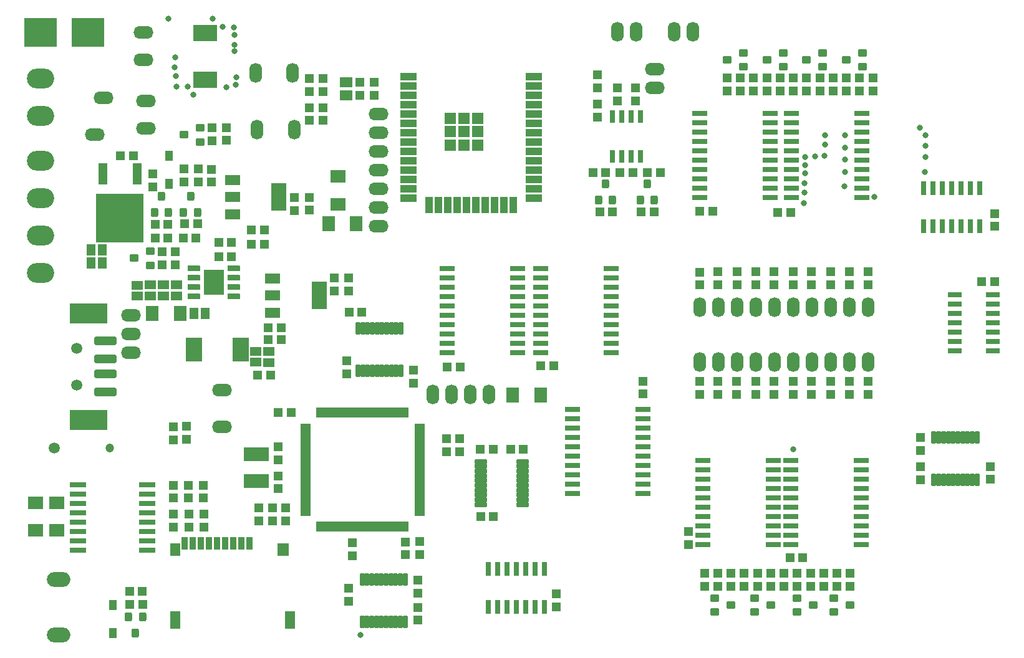
<source format=gts>
G04*
G04 #@! TF.GenerationSoftware,Altium Limited,Altium Designer,23.0.1 (38)*
G04*
G04 Layer_Color=8388736*
%FSLAX44Y44*%
%MOMM*%
G71*
G04*
G04 #@! TF.SameCoordinates,FF995E5F-5184-4AEF-B54D-418CE73C624A*
G04*
G04*
G04 #@! TF.FilePolarity,Negative*
G04*
G01*
G75*
%ADD59R,1.5332X1.5332*%
%ADD60R,2.2032X1.1032*%
%ADD61R,1.1032X2.2032*%
G04:AMPARAMS|DCode=62|XSize=1.2032mm|YSize=1.0033mm|CornerRadius=0.2216mm|HoleSize=0mm|Usage=FLASHONLY|Rotation=90.000|XOffset=0mm|YOffset=0mm|HoleType=Round|Shape=RoundedRectangle|*
%AMROUNDEDRECTD62*
21,1,1.2032,0.5601,0,0,90.0*
21,1,0.7600,1.0033,0,0,90.0*
1,1,0.4432,0.2800,0.3800*
1,1,0.4432,0.2800,-0.3800*
1,1,0.4432,-0.2800,-0.3800*
1,1,0.4432,-0.2800,0.3800*
%
%ADD62ROUNDEDRECTD62*%
%ADD63R,1.2032X1.2032*%
G04:AMPARAMS|DCode=64|XSize=1.7732mm|YSize=0.6132mm|CornerRadius=0.1529mm|HoleSize=0mm|Usage=FLASHONLY|Rotation=90.000|XOffset=0mm|YOffset=0mm|HoleType=Round|Shape=RoundedRectangle|*
%AMROUNDEDRECTD64*
21,1,1.7732,0.3075,0,0,90.0*
21,1,1.4675,0.6132,0,0,90.0*
1,1,0.3057,0.1538,0.7338*
1,1,0.3057,0.1538,-0.7338*
1,1,0.3057,-0.1538,-0.7338*
1,1,0.3057,-0.1538,0.7338*
%
%ADD64ROUNDEDRECTD64*%
%ADD65R,1.9050X0.7366*%
%ADD66R,0.5232X1.4032*%
%ADD67R,1.4032X0.5232*%
%ADD68R,1.2032X1.2032*%
%ADD69R,1.0032X1.4032*%
%ADD70R,2.0066X0.7366*%
G04:AMPARAMS|DCode=71|XSize=1.2032mm|YSize=1.0033mm|CornerRadius=0.2216mm|HoleSize=0mm|Usage=FLASHONLY|Rotation=180.000|XOffset=0mm|YOffset=0mm|HoleType=Round|Shape=RoundedRectangle|*
%AMROUNDEDRECTD71*
21,1,1.2032,0.5601,0,0,180.0*
21,1,0.7600,1.0033,0,0,180.0*
1,1,0.4432,-0.3800,0.2800*
1,1,0.4432,0.3800,0.2800*
1,1,0.4432,0.3800,-0.2800*
1,1,0.4432,-0.3800,-0.2800*
%
%ADD71ROUNDEDRECTD71*%
%ADD72R,1.6032X1.3032*%
%ADD73R,1.2032X2.9032*%
%ADD74R,6.4032X6.6032*%
%ADD75R,0.7366X1.9050*%
%ADD76R,4.4432X4.0132*%
%ADD77R,3.2032X2.2032*%
G04:AMPARAMS|DCode=78|XSize=1.7732mm|YSize=0.6132mm|CornerRadius=0.1529mm|HoleSize=0mm|Usage=FLASHONLY|Rotation=0.000|XOffset=0mm|YOffset=0mm|HoleType=Round|Shape=RoundedRectangle|*
%AMROUNDEDRECTD78*
21,1,1.7732,0.3075,0,0,0.0*
21,1,1.4675,0.6132,0,0,0.0*
1,1,0.3057,0.7338,-0.1538*
1,1,0.3057,-0.7338,-0.1538*
1,1,0.3057,-0.7338,0.1538*
1,1,0.3057,0.7338,0.1538*
%
%ADD78ROUNDEDRECTD78*%
%ADD79R,1.6732X1.3432*%
%ADD80R,0.9032X1.8032*%
%ADD81R,1.4031X1.8032*%
%ADD82R,1.6033X1.8032*%
%ADD83R,1.4031X2.4031*%
%ADD84R,2.0032X1.4032*%
%ADD85R,2.0032X3.7032*%
%ADD86R,2.1844X0.7366*%
%ADD87R,5.2032X2.7032*%
G04:AMPARAMS|DCode=88|XSize=1.1032mm|YSize=3.0032mm|CornerRadius=0.1196mm|HoleSize=0mm|Usage=FLASHONLY|Rotation=270.000|XOffset=0mm|YOffset=0mm|HoleType=Round|Shape=RoundedRectangle|*
%AMROUNDEDRECTD88*
21,1,1.1032,2.7640,0,0,270.0*
21,1,0.8640,3.0032,0,0,270.0*
1,1,0.2392,-1.3820,-0.4320*
1,1,0.2392,-1.3820,0.4320*
1,1,0.2392,1.3820,0.4320*
1,1,0.2392,1.3820,-0.4320*
%
%ADD88ROUNDEDRECTD88*%
%ADD89R,3.5032X1.9032*%
%ADD90R,1.8032X2.0033*%
%ADD91R,1.3032X1.6032*%
%ADD92R,2.0033X1.8032*%
%ADD93R,2.2032X3.2032*%
%ADD94O,2.7032X1.7032*%
%ADD95O,3.7032X2.7032*%
%ADD96O,3.2032X2.0032*%
%ADD97O,2.7032X1.7112*%
%ADD98O,1.7032X2.7032*%
%ADD99C,1.2032*%
%ADD100C,1.5032*%
%ADD101O,1.7112X2.7032*%
%ADD102C,0.8032*%
G36*
X874595Y755777D02*
X874621Y755775D01*
X874647Y755772D01*
X874673Y755767D01*
X874698Y755761D01*
X874724Y755753D01*
X874748Y755745D01*
X874772Y755735D01*
X874796Y755723D01*
X874819Y755711D01*
X874841Y755697D01*
X874863Y755683D01*
X874884Y755667D01*
X874904Y755650D01*
X874923Y755632D01*
X874941Y755613D01*
X874958Y755593D01*
X874974Y755572D01*
X874988Y755550D01*
X875002Y755528D01*
X875014Y755505D01*
X875026Y755481D01*
X875036Y755457D01*
X875044Y755433D01*
X875052Y755407D01*
X875058Y755382D01*
X875063Y755356D01*
X875066Y755330D01*
X875068Y755304D01*
X875069Y755278D01*
Y739378D01*
X875068Y739352D01*
X875066Y739326D01*
X875063Y739300D01*
X875058Y739274D01*
X875052Y739249D01*
X875044Y739223D01*
X875036Y739199D01*
X875026Y739175D01*
X875014Y739151D01*
X875002Y739128D01*
X874988Y739106D01*
X874974Y739084D01*
X874958Y739063D01*
X874941Y739043D01*
X874923Y739025D01*
X874904Y739006D01*
X874884Y738989D01*
X874863Y738973D01*
X874841Y738959D01*
X874819Y738945D01*
X874796Y738932D01*
X874772Y738921D01*
X874748Y738911D01*
X874724Y738903D01*
X874698Y738895D01*
X874673Y738889D01*
X874647Y738884D01*
X874621Y738881D01*
X874595Y738879D01*
X874569Y738878D01*
X868169D01*
X868143Y738879D01*
X868117Y738881D01*
X868091Y738884D01*
X868065Y738889D01*
X868040Y738895D01*
X868015Y738903D01*
X867990Y738911D01*
X867966Y738921D01*
X867942Y738932D01*
X867919Y738945D01*
X867897Y738959D01*
X867875Y738973D01*
X867854Y738989D01*
X867834Y739006D01*
X867815Y739025D01*
X867797Y739043D01*
X867780Y739063D01*
X867765Y739084D01*
X867750Y739106D01*
X867736Y739128D01*
X867723Y739151D01*
X867712Y739175D01*
X867702Y739199D01*
X867693Y739223D01*
X867686Y739249D01*
X867680Y739274D01*
X867675Y739300D01*
X867672Y739326D01*
X867670Y739352D01*
X867669Y739378D01*
Y755278D01*
X867670Y755304D01*
X867672Y755330D01*
X867675Y755356D01*
X867680Y755382D01*
X867686Y755407D01*
X867693Y755433D01*
X867702Y755457D01*
X867712Y755481D01*
X867723Y755505D01*
X867736Y755528D01*
X867750Y755550D01*
X867765Y755572D01*
X867780Y755593D01*
X867797Y755613D01*
X867815Y755632D01*
X867834Y755650D01*
X867854Y755667D01*
X867875Y755683D01*
X867897Y755697D01*
X867919Y755711D01*
X867942Y755723D01*
X867966Y755735D01*
X867990Y755745D01*
X868015Y755753D01*
X868040Y755761D01*
X868065Y755767D01*
X868091Y755772D01*
X868117Y755775D01*
X868143Y755777D01*
X868169Y755778D01*
X874569D01*
X874595Y755777D01*
D02*
G37*
G36*
X861895D02*
X861921Y755775D01*
X861947Y755772D01*
X861973Y755767D01*
X861998Y755761D01*
X862023Y755753D01*
X862048Y755745D01*
X862072Y755735D01*
X862096Y755723D01*
X862119Y755711D01*
X862141Y755697D01*
X862163Y755683D01*
X862184Y755667D01*
X862204Y755650D01*
X862223Y755632D01*
X862241Y755613D01*
X862258Y755593D01*
X862273Y755572D01*
X862288Y755550D01*
X862302Y755528D01*
X862315Y755505D01*
X862326Y755481D01*
X862336Y755457D01*
X862345Y755433D01*
X862352Y755407D01*
X862358Y755382D01*
X862363Y755356D01*
X862366Y755330D01*
X862368Y755304D01*
X862369Y755278D01*
Y739378D01*
X862368Y739352D01*
X862366Y739326D01*
X862363Y739300D01*
X862358Y739274D01*
X862352Y739249D01*
X862345Y739223D01*
X862336Y739199D01*
X862326Y739175D01*
X862315Y739151D01*
X862302Y739128D01*
X862288Y739106D01*
X862273Y739084D01*
X862258Y739063D01*
X862241Y739043D01*
X862223Y739025D01*
X862204Y739006D01*
X862184Y738989D01*
X862163Y738973D01*
X862141Y738959D01*
X862119Y738945D01*
X862096Y738932D01*
X862072Y738921D01*
X862048Y738911D01*
X862023Y738903D01*
X861998Y738895D01*
X861973Y738889D01*
X861947Y738884D01*
X861921Y738881D01*
X861895Y738879D01*
X861869Y738878D01*
X855469D01*
X855443Y738879D01*
X855417Y738881D01*
X855391Y738884D01*
X855365Y738889D01*
X855340Y738895D01*
X855314Y738903D01*
X855290Y738911D01*
X855266Y738921D01*
X855242Y738932D01*
X855219Y738945D01*
X855197Y738959D01*
X855175Y738973D01*
X855154Y738989D01*
X855134Y739006D01*
X855115Y739025D01*
X855097Y739043D01*
X855080Y739063D01*
X855064Y739084D01*
X855050Y739106D01*
X855036Y739128D01*
X855023Y739151D01*
X855012Y739175D01*
X855002Y739199D01*
X854994Y739223D01*
X854986Y739249D01*
X854980Y739274D01*
X854975Y739300D01*
X854972Y739326D01*
X854970Y739352D01*
X854969Y739378D01*
Y755278D01*
X854970Y755304D01*
X854972Y755330D01*
X854975Y755356D01*
X854980Y755382D01*
X854986Y755407D01*
X854994Y755433D01*
X855002Y755457D01*
X855012Y755481D01*
X855023Y755505D01*
X855036Y755528D01*
X855050Y755550D01*
X855064Y755572D01*
X855080Y755593D01*
X855097Y755613D01*
X855115Y755632D01*
X855134Y755650D01*
X855154Y755667D01*
X855175Y755683D01*
X855197Y755697D01*
X855219Y755711D01*
X855242Y755723D01*
X855266Y755735D01*
X855290Y755745D01*
X855314Y755753D01*
X855340Y755761D01*
X855365Y755767D01*
X855391Y755772D01*
X855417Y755775D01*
X855443Y755777D01*
X855469Y755778D01*
X861869D01*
X861895Y755777D01*
D02*
G37*
G36*
X849195D02*
X849221Y755775D01*
X849247Y755772D01*
X849273Y755767D01*
X849298Y755761D01*
X849324Y755753D01*
X849348Y755745D01*
X849372Y755735D01*
X849396Y755723D01*
X849419Y755711D01*
X849441Y755697D01*
X849463Y755683D01*
X849484Y755667D01*
X849504Y755650D01*
X849523Y755632D01*
X849541Y755613D01*
X849558Y755593D01*
X849574Y755572D01*
X849588Y755550D01*
X849602Y755528D01*
X849614Y755505D01*
X849626Y755481D01*
X849636Y755457D01*
X849644Y755433D01*
X849652Y755407D01*
X849658Y755382D01*
X849663Y755356D01*
X849666Y755330D01*
X849668Y755304D01*
X849669Y755278D01*
Y739378D01*
X849668Y739352D01*
X849666Y739326D01*
X849663Y739300D01*
X849658Y739274D01*
X849652Y739249D01*
X849644Y739223D01*
X849636Y739199D01*
X849626Y739175D01*
X849614Y739151D01*
X849602Y739128D01*
X849588Y739106D01*
X849574Y739084D01*
X849558Y739063D01*
X849541Y739043D01*
X849523Y739025D01*
X849504Y739006D01*
X849484Y738989D01*
X849463Y738973D01*
X849441Y738959D01*
X849419Y738945D01*
X849396Y738932D01*
X849372Y738921D01*
X849348Y738911D01*
X849324Y738903D01*
X849298Y738895D01*
X849273Y738889D01*
X849247Y738884D01*
X849221Y738881D01*
X849195Y738879D01*
X849169Y738878D01*
X842769D01*
X842743Y738879D01*
X842717Y738881D01*
X842691Y738884D01*
X842665Y738889D01*
X842640Y738895D01*
X842615Y738903D01*
X842590Y738911D01*
X842566Y738921D01*
X842542Y738932D01*
X842519Y738945D01*
X842497Y738959D01*
X842475Y738973D01*
X842454Y738989D01*
X842434Y739006D01*
X842415Y739025D01*
X842397Y739043D01*
X842380Y739063D01*
X842365Y739084D01*
X842350Y739106D01*
X842336Y739128D01*
X842324Y739151D01*
X842312Y739175D01*
X842302Y739199D01*
X842293Y739223D01*
X842286Y739249D01*
X842280Y739274D01*
X842275Y739300D01*
X842272Y739326D01*
X842270Y739352D01*
X842269Y739378D01*
Y755278D01*
X842270Y755304D01*
X842272Y755330D01*
X842275Y755356D01*
X842280Y755382D01*
X842286Y755407D01*
X842293Y755433D01*
X842302Y755457D01*
X842312Y755481D01*
X842324Y755505D01*
X842336Y755528D01*
X842350Y755550D01*
X842365Y755572D01*
X842380Y755593D01*
X842397Y755613D01*
X842415Y755632D01*
X842434Y755650D01*
X842454Y755667D01*
X842475Y755683D01*
X842497Y755697D01*
X842519Y755711D01*
X842542Y755723D01*
X842566Y755735D01*
X842590Y755745D01*
X842615Y755753D01*
X842640Y755761D01*
X842665Y755767D01*
X842691Y755772D01*
X842717Y755775D01*
X842743Y755777D01*
X842769Y755778D01*
X849169D01*
X849195Y755777D01*
D02*
G37*
G36*
X836495D02*
X836521Y755775D01*
X836547Y755772D01*
X836573Y755767D01*
X836598Y755761D01*
X836624Y755753D01*
X836648Y755745D01*
X836672Y755735D01*
X836696Y755723D01*
X836719Y755711D01*
X836741Y755697D01*
X836763Y755683D01*
X836784Y755667D01*
X836804Y755650D01*
X836823Y755632D01*
X836841Y755613D01*
X836858Y755593D01*
X836873Y755572D01*
X836888Y755550D01*
X836902Y755528D01*
X836915Y755505D01*
X836926Y755481D01*
X836936Y755457D01*
X836945Y755433D01*
X836952Y755407D01*
X836958Y755382D01*
X836963Y755356D01*
X836966Y755330D01*
X836968Y755304D01*
X836969Y755278D01*
Y739378D01*
X836968Y739352D01*
X836966Y739326D01*
X836963Y739300D01*
X836958Y739274D01*
X836952Y739249D01*
X836945Y739223D01*
X836936Y739199D01*
X836926Y739175D01*
X836915Y739151D01*
X836902Y739128D01*
X836888Y739106D01*
X836873Y739084D01*
X836858Y739063D01*
X836841Y739043D01*
X836823Y739025D01*
X836804Y739006D01*
X836784Y738989D01*
X836763Y738973D01*
X836741Y738959D01*
X836719Y738945D01*
X836696Y738932D01*
X836672Y738921D01*
X836648Y738911D01*
X836624Y738903D01*
X836598Y738895D01*
X836573Y738889D01*
X836547Y738884D01*
X836521Y738881D01*
X836495Y738879D01*
X836469Y738878D01*
X830069D01*
X830043Y738879D01*
X830017Y738881D01*
X829991Y738884D01*
X829965Y738889D01*
X829940Y738895D01*
X829914Y738903D01*
X829890Y738911D01*
X829866Y738921D01*
X829842Y738932D01*
X829819Y738945D01*
X829797Y738959D01*
X829775Y738973D01*
X829754Y738989D01*
X829734Y739006D01*
X829715Y739025D01*
X829697Y739043D01*
X829680Y739063D01*
X829665Y739084D01*
X829650Y739106D01*
X829636Y739128D01*
X829623Y739151D01*
X829612Y739175D01*
X829602Y739199D01*
X829594Y739223D01*
X829586Y739249D01*
X829580Y739274D01*
X829575Y739300D01*
X829572Y739326D01*
X829570Y739352D01*
X829569Y739378D01*
Y755278D01*
X829570Y755304D01*
X829572Y755330D01*
X829575Y755356D01*
X829580Y755382D01*
X829586Y755407D01*
X829594Y755433D01*
X829602Y755457D01*
X829612Y755481D01*
X829623Y755505D01*
X829636Y755528D01*
X829650Y755550D01*
X829665Y755572D01*
X829680Y755593D01*
X829697Y755613D01*
X829715Y755632D01*
X829734Y755650D01*
X829754Y755667D01*
X829775Y755683D01*
X829797Y755697D01*
X829819Y755711D01*
X829842Y755723D01*
X829866Y755735D01*
X829890Y755745D01*
X829914Y755753D01*
X829940Y755761D01*
X829965Y755767D01*
X829991Y755772D01*
X830017Y755775D01*
X830043Y755777D01*
X830069Y755778D01*
X836469D01*
X836495Y755777D01*
D02*
G37*
G36*
X874595Y701777D02*
X874621Y701775D01*
X874647Y701772D01*
X874673Y701767D01*
X874698Y701761D01*
X874724Y701753D01*
X874748Y701745D01*
X874772Y701735D01*
X874796Y701723D01*
X874819Y701711D01*
X874841Y701697D01*
X874863Y701683D01*
X874884Y701667D01*
X874904Y701650D01*
X874923Y701631D01*
X874941Y701613D01*
X874958Y701593D01*
X874974Y701572D01*
X874988Y701550D01*
X875002Y701528D01*
X875014Y701505D01*
X875026Y701481D01*
X875036Y701457D01*
X875044Y701432D01*
X875052Y701407D01*
X875058Y701382D01*
X875063Y701356D01*
X875066Y701330D01*
X875068Y701304D01*
X875069Y701278D01*
Y685378D01*
X875068Y685352D01*
X875066Y685326D01*
X875063Y685300D01*
X875058Y685274D01*
X875052Y685249D01*
X875044Y685223D01*
X875036Y685199D01*
X875026Y685175D01*
X875014Y685151D01*
X875002Y685128D01*
X874988Y685106D01*
X874974Y685084D01*
X874958Y685063D01*
X874941Y685043D01*
X874923Y685024D01*
X874904Y685006D01*
X874884Y684989D01*
X874863Y684974D01*
X874841Y684959D01*
X874819Y684945D01*
X874796Y684932D01*
X874772Y684921D01*
X874748Y684911D01*
X874724Y684902D01*
X874698Y684895D01*
X874673Y684889D01*
X874647Y684884D01*
X874621Y684881D01*
X874595Y684879D01*
X874569Y684878D01*
X868169D01*
X868143Y684879D01*
X868117Y684881D01*
X868091Y684884D01*
X868065Y684889D01*
X868040Y684895D01*
X868015Y684902D01*
X867990Y684911D01*
X867966Y684921D01*
X867942Y684932D01*
X867919Y684945D01*
X867897Y684959D01*
X867875Y684974D01*
X867854Y684989D01*
X867834Y685006D01*
X867815Y685024D01*
X867797Y685043D01*
X867780Y685063D01*
X867765Y685084D01*
X867750Y685106D01*
X867736Y685128D01*
X867723Y685151D01*
X867712Y685175D01*
X867702Y685199D01*
X867693Y685223D01*
X867686Y685249D01*
X867680Y685274D01*
X867675Y685300D01*
X867672Y685326D01*
X867670Y685352D01*
X867669Y685378D01*
Y701278D01*
X867670Y701304D01*
X867672Y701330D01*
X867675Y701356D01*
X867680Y701382D01*
X867686Y701407D01*
X867693Y701432D01*
X867702Y701457D01*
X867712Y701481D01*
X867723Y701505D01*
X867736Y701528D01*
X867750Y701550D01*
X867765Y701572D01*
X867780Y701593D01*
X867797Y701613D01*
X867815Y701631D01*
X867834Y701650D01*
X867854Y701667D01*
X867875Y701683D01*
X867897Y701697D01*
X867919Y701711D01*
X867942Y701723D01*
X867966Y701735D01*
X867990Y701745D01*
X868015Y701753D01*
X868040Y701761D01*
X868065Y701767D01*
X868091Y701772D01*
X868117Y701775D01*
X868143Y701777D01*
X868169Y701778D01*
X874569D01*
X874595Y701777D01*
D02*
G37*
G36*
X861895D02*
X861921Y701775D01*
X861947Y701772D01*
X861973Y701767D01*
X861998Y701761D01*
X862023Y701753D01*
X862048Y701745D01*
X862072Y701735D01*
X862096Y701723D01*
X862119Y701711D01*
X862141Y701697D01*
X862163Y701683D01*
X862184Y701667D01*
X862204Y701650D01*
X862223Y701631D01*
X862241Y701613D01*
X862258Y701593D01*
X862273Y701572D01*
X862288Y701550D01*
X862302Y701528D01*
X862315Y701505D01*
X862326Y701481D01*
X862336Y701457D01*
X862345Y701432D01*
X862352Y701407D01*
X862358Y701382D01*
X862363Y701356D01*
X862366Y701330D01*
X862368Y701304D01*
X862369Y701278D01*
Y685378D01*
X862368Y685352D01*
X862366Y685326D01*
X862363Y685300D01*
X862358Y685274D01*
X862352Y685249D01*
X862345Y685223D01*
X862336Y685199D01*
X862326Y685175D01*
X862315Y685151D01*
X862302Y685128D01*
X862288Y685106D01*
X862273Y685084D01*
X862258Y685063D01*
X862241Y685043D01*
X862223Y685024D01*
X862204Y685006D01*
X862184Y684989D01*
X862163Y684974D01*
X862141Y684959D01*
X862119Y684945D01*
X862096Y684932D01*
X862072Y684921D01*
X862048Y684911D01*
X862023Y684902D01*
X861998Y684895D01*
X861973Y684889D01*
X861947Y684884D01*
X861921Y684881D01*
X861895Y684879D01*
X861869Y684878D01*
X855469D01*
X855443Y684879D01*
X855417Y684881D01*
X855391Y684884D01*
X855365Y684889D01*
X855340Y684895D01*
X855314Y684902D01*
X855290Y684911D01*
X855266Y684921D01*
X855242Y684932D01*
X855219Y684945D01*
X855197Y684959D01*
X855175Y684974D01*
X855154Y684989D01*
X855134Y685006D01*
X855115Y685024D01*
X855097Y685043D01*
X855080Y685063D01*
X855064Y685084D01*
X855050Y685106D01*
X855036Y685128D01*
X855023Y685151D01*
X855012Y685175D01*
X855002Y685199D01*
X854994Y685223D01*
X854986Y685249D01*
X854980Y685274D01*
X854975Y685300D01*
X854972Y685326D01*
X854970Y685352D01*
X854969Y685378D01*
Y701278D01*
X854970Y701304D01*
X854972Y701330D01*
X854975Y701356D01*
X854980Y701382D01*
X854986Y701407D01*
X854994Y701432D01*
X855002Y701457D01*
X855012Y701481D01*
X855023Y701505D01*
X855036Y701528D01*
X855050Y701550D01*
X855064Y701572D01*
X855080Y701593D01*
X855097Y701613D01*
X855115Y701631D01*
X855134Y701650D01*
X855154Y701667D01*
X855175Y701683D01*
X855197Y701697D01*
X855219Y701711D01*
X855242Y701723D01*
X855266Y701735D01*
X855290Y701745D01*
X855314Y701753D01*
X855340Y701761D01*
X855365Y701767D01*
X855391Y701772D01*
X855417Y701775D01*
X855443Y701777D01*
X855469Y701778D01*
X861869D01*
X861895Y701777D01*
D02*
G37*
G36*
X849195D02*
X849221Y701775D01*
X849247Y701772D01*
X849273Y701767D01*
X849298Y701761D01*
X849324Y701753D01*
X849348Y701745D01*
X849372Y701735D01*
X849396Y701723D01*
X849419Y701711D01*
X849441Y701697D01*
X849463Y701683D01*
X849484Y701667D01*
X849504Y701650D01*
X849523Y701631D01*
X849541Y701613D01*
X849558Y701593D01*
X849574Y701572D01*
X849588Y701550D01*
X849602Y701528D01*
X849614Y701505D01*
X849626Y701481D01*
X849636Y701457D01*
X849644Y701432D01*
X849652Y701407D01*
X849658Y701382D01*
X849663Y701356D01*
X849666Y701330D01*
X849668Y701304D01*
X849669Y701278D01*
Y685378D01*
X849668Y685352D01*
X849666Y685326D01*
X849663Y685300D01*
X849658Y685274D01*
X849652Y685249D01*
X849644Y685223D01*
X849636Y685199D01*
X849626Y685175D01*
X849614Y685151D01*
X849602Y685128D01*
X849588Y685106D01*
X849574Y685084D01*
X849558Y685063D01*
X849541Y685043D01*
X849523Y685024D01*
X849504Y685006D01*
X849484Y684989D01*
X849463Y684974D01*
X849441Y684959D01*
X849419Y684945D01*
X849396Y684932D01*
X849372Y684921D01*
X849348Y684911D01*
X849324Y684902D01*
X849298Y684895D01*
X849273Y684889D01*
X849247Y684884D01*
X849221Y684881D01*
X849195Y684879D01*
X849169Y684878D01*
X842769D01*
X842743Y684879D01*
X842717Y684881D01*
X842691Y684884D01*
X842665Y684889D01*
X842640Y684895D01*
X842615Y684902D01*
X842590Y684911D01*
X842566Y684921D01*
X842542Y684932D01*
X842519Y684945D01*
X842497Y684959D01*
X842475Y684974D01*
X842454Y684989D01*
X842434Y685006D01*
X842415Y685024D01*
X842397Y685043D01*
X842380Y685063D01*
X842365Y685084D01*
X842350Y685106D01*
X842336Y685128D01*
X842324Y685151D01*
X842312Y685175D01*
X842302Y685199D01*
X842293Y685223D01*
X842286Y685249D01*
X842280Y685274D01*
X842275Y685300D01*
X842272Y685326D01*
X842270Y685352D01*
X842269Y685378D01*
Y701278D01*
X842270Y701304D01*
X842272Y701330D01*
X842275Y701356D01*
X842280Y701382D01*
X842286Y701407D01*
X842293Y701432D01*
X842302Y701457D01*
X842312Y701481D01*
X842324Y701505D01*
X842336Y701528D01*
X842350Y701550D01*
X842365Y701572D01*
X842380Y701593D01*
X842397Y701613D01*
X842415Y701631D01*
X842434Y701650D01*
X842454Y701667D01*
X842475Y701683D01*
X842497Y701697D01*
X842519Y701711D01*
X842542Y701723D01*
X842566Y701735D01*
X842590Y701745D01*
X842615Y701753D01*
X842640Y701761D01*
X842665Y701767D01*
X842691Y701772D01*
X842717Y701775D01*
X842743Y701777D01*
X842769Y701778D01*
X849169D01*
X849195Y701777D01*
D02*
G37*
G36*
X836495D02*
X836521Y701775D01*
X836547Y701772D01*
X836573Y701767D01*
X836598Y701761D01*
X836624Y701753D01*
X836648Y701745D01*
X836672Y701735D01*
X836696Y701723D01*
X836719Y701711D01*
X836741Y701697D01*
X836763Y701683D01*
X836784Y701667D01*
X836804Y701650D01*
X836823Y701631D01*
X836841Y701613D01*
X836858Y701593D01*
X836873Y701572D01*
X836888Y701550D01*
X836902Y701528D01*
X836915Y701505D01*
X836926Y701481D01*
X836936Y701457D01*
X836945Y701432D01*
X836952Y701407D01*
X836958Y701382D01*
X836963Y701356D01*
X836966Y701330D01*
X836968Y701304D01*
X836969Y701278D01*
Y685378D01*
X836968Y685352D01*
X836966Y685326D01*
X836963Y685300D01*
X836958Y685274D01*
X836952Y685249D01*
X836945Y685223D01*
X836936Y685199D01*
X836926Y685175D01*
X836915Y685151D01*
X836902Y685128D01*
X836888Y685106D01*
X836873Y685084D01*
X836858Y685063D01*
X836841Y685043D01*
X836823Y685024D01*
X836804Y685006D01*
X836784Y684989D01*
X836763Y684974D01*
X836741Y684959D01*
X836719Y684945D01*
X836696Y684932D01*
X836672Y684921D01*
X836648Y684911D01*
X836624Y684902D01*
X836598Y684895D01*
X836573Y684889D01*
X836547Y684884D01*
X836521Y684881D01*
X836495Y684879D01*
X836469Y684878D01*
X830069D01*
X830043Y684879D01*
X830017Y684881D01*
X829991Y684884D01*
X829965Y684889D01*
X829940Y684895D01*
X829914Y684902D01*
X829890Y684911D01*
X829866Y684921D01*
X829842Y684932D01*
X829819Y684945D01*
X829797Y684959D01*
X829775Y684974D01*
X829754Y684989D01*
X829734Y685006D01*
X829715Y685024D01*
X829697Y685043D01*
X829680Y685063D01*
X829665Y685084D01*
X829650Y685106D01*
X829636Y685128D01*
X829623Y685151D01*
X829612Y685175D01*
X829602Y685199D01*
X829594Y685223D01*
X829586Y685249D01*
X829580Y685274D01*
X829575Y685300D01*
X829572Y685326D01*
X829570Y685352D01*
X829569Y685378D01*
Y701278D01*
X829570Y701304D01*
X829572Y701330D01*
X829575Y701356D01*
X829580Y701382D01*
X829586Y701407D01*
X829594Y701432D01*
X829602Y701457D01*
X829612Y701481D01*
X829623Y701505D01*
X829636Y701528D01*
X829650Y701550D01*
X829665Y701572D01*
X829680Y701593D01*
X829697Y701613D01*
X829715Y701631D01*
X829734Y701650D01*
X829754Y701667D01*
X829775Y701683D01*
X829797Y701697D01*
X829819Y701711D01*
X829842Y701723D01*
X829866Y701735D01*
X829890Y701745D01*
X829914Y701753D01*
X829940Y701761D01*
X829965Y701767D01*
X829991Y701772D01*
X830017Y701775D01*
X830043Y701777D01*
X830069Y701778D01*
X836469D01*
X836495Y701777D01*
D02*
G37*
G36*
X326976Y544749D02*
X327002Y544747D01*
X327028Y544744D01*
X327054Y544739D01*
X327079Y544733D01*
X327104Y544725D01*
X327129Y544717D01*
X327153Y544707D01*
X327177Y544696D01*
X327200Y544683D01*
X327222Y544669D01*
X327244Y544655D01*
X327265Y544639D01*
X327285Y544622D01*
X327304Y544604D01*
X327322Y544585D01*
X327339Y544565D01*
X327355Y544544D01*
X327369Y544522D01*
X327383Y544500D01*
X327396Y544477D01*
X327407Y544453D01*
X327417Y544429D01*
X327425Y544404D01*
X327433Y544379D01*
X327439Y544354D01*
X327444Y544328D01*
X327447Y544302D01*
X327449Y544276D01*
X327450Y544250D01*
Y537850D01*
X327449Y537824D01*
X327447Y537798D01*
X327444Y537772D01*
X327439Y537746D01*
X327433Y537721D01*
X327425Y537696D01*
X327417Y537671D01*
X327407Y537647D01*
X327396Y537623D01*
X327383Y537600D01*
X327369Y537578D01*
X327355Y537556D01*
X327339Y537535D01*
X327322Y537515D01*
X327304Y537496D01*
X327285Y537478D01*
X327265Y537461D01*
X327244Y537445D01*
X327222Y537431D01*
X327200Y537417D01*
X327177Y537405D01*
X327153Y537393D01*
X327129Y537383D01*
X327104Y537374D01*
X327079Y537367D01*
X327054Y537361D01*
X327028Y537356D01*
X327002Y537353D01*
X326976Y537351D01*
X326950Y537350D01*
X311050D01*
X311024Y537351D01*
X310998Y537353D01*
X310972Y537356D01*
X310946Y537361D01*
X310921Y537367D01*
X310896Y537374D01*
X310871Y537383D01*
X310847Y537393D01*
X310823Y537405D01*
X310800Y537417D01*
X310778Y537431D01*
X310756Y537445D01*
X310735Y537461D01*
X310715Y537478D01*
X310697Y537496D01*
X310678Y537515D01*
X310661Y537535D01*
X310646Y537556D01*
X310631Y537578D01*
X310617Y537600D01*
X310604Y537623D01*
X310593Y537647D01*
X310583Y537671D01*
X310574Y537696D01*
X310567Y537721D01*
X310561Y537746D01*
X310556Y537772D01*
X310553Y537798D01*
X310551Y537824D01*
X310550Y537850D01*
Y544250D01*
X310551Y544276D01*
X310553Y544302D01*
X310556Y544328D01*
X310561Y544354D01*
X310567Y544379D01*
X310574Y544404D01*
X310583Y544429D01*
X310593Y544453D01*
X310604Y544477D01*
X310617Y544500D01*
X310631Y544522D01*
X310646Y544544D01*
X310661Y544565D01*
X310678Y544585D01*
X310697Y544604D01*
X310715Y544622D01*
X310735Y544639D01*
X310756Y544655D01*
X310778Y544669D01*
X310800Y544683D01*
X310823Y544696D01*
X310847Y544707D01*
X310871Y544717D01*
X310896Y544725D01*
X310921Y544733D01*
X310946Y544739D01*
X310972Y544744D01*
X310998Y544747D01*
X311024Y544749D01*
X311050Y544750D01*
X326950D01*
X326976Y544749D01*
D02*
G37*
G36*
X272976D02*
X273002Y544747D01*
X273028Y544744D01*
X273054Y544739D01*
X273079Y544733D01*
X273104Y544725D01*
X273129Y544717D01*
X273153Y544707D01*
X273177Y544696D01*
X273200Y544683D01*
X273222Y544669D01*
X273244Y544655D01*
X273265Y544639D01*
X273285Y544622D01*
X273304Y544604D01*
X273322Y544585D01*
X273339Y544565D01*
X273354Y544544D01*
X273369Y544522D01*
X273383Y544500D01*
X273396Y544477D01*
X273407Y544453D01*
X273417Y544429D01*
X273426Y544404D01*
X273433Y544379D01*
X273439Y544354D01*
X273444Y544328D01*
X273447Y544302D01*
X273449Y544276D01*
X273450Y544250D01*
Y537850D01*
X273449Y537824D01*
X273447Y537798D01*
X273444Y537772D01*
X273439Y537746D01*
X273433Y537721D01*
X273426Y537696D01*
X273417Y537671D01*
X273407Y537647D01*
X273396Y537623D01*
X273383Y537600D01*
X273369Y537578D01*
X273354Y537556D01*
X273339Y537535D01*
X273322Y537515D01*
X273304Y537496D01*
X273285Y537478D01*
X273265Y537461D01*
X273244Y537445D01*
X273222Y537431D01*
X273200Y537417D01*
X273177Y537405D01*
X273153Y537393D01*
X273129Y537383D01*
X273104Y537374D01*
X273079Y537367D01*
X273054Y537361D01*
X273028Y537356D01*
X273002Y537353D01*
X272976Y537351D01*
X272950Y537350D01*
X257050D01*
X257024Y537351D01*
X256998Y537353D01*
X256972Y537356D01*
X256946Y537361D01*
X256921Y537367D01*
X256896Y537374D01*
X256871Y537383D01*
X256847Y537393D01*
X256823Y537405D01*
X256800Y537417D01*
X256778Y537431D01*
X256756Y537445D01*
X256735Y537461D01*
X256715Y537478D01*
X256696Y537496D01*
X256678Y537515D01*
X256661Y537535D01*
X256646Y537556D01*
X256631Y537578D01*
X256617Y537600D01*
X256604Y537623D01*
X256593Y537647D01*
X256583Y537671D01*
X256574Y537696D01*
X256567Y537721D01*
X256561Y537746D01*
X256556Y537772D01*
X256553Y537798D01*
X256551Y537824D01*
X256550Y537850D01*
Y544250D01*
X256551Y544276D01*
X256553Y544302D01*
X256556Y544328D01*
X256561Y544354D01*
X256567Y544379D01*
X256574Y544404D01*
X256583Y544429D01*
X256593Y544453D01*
X256604Y544477D01*
X256617Y544500D01*
X256631Y544522D01*
X256646Y544544D01*
X256661Y544565D01*
X256678Y544585D01*
X256696Y544604D01*
X256715Y544622D01*
X256735Y544639D01*
X256756Y544655D01*
X256778Y544669D01*
X256800Y544683D01*
X256823Y544696D01*
X256847Y544707D01*
X256871Y544717D01*
X256896Y544725D01*
X256921Y544733D01*
X256946Y544739D01*
X256972Y544744D01*
X256998Y544747D01*
X257024Y544749D01*
X257050Y544750D01*
X272950D01*
X272976Y544749D01*
D02*
G37*
G36*
X326976Y532049D02*
X327002Y532047D01*
X327028Y532044D01*
X327054Y532039D01*
X327079Y532033D01*
X327104Y532025D01*
X327129Y532017D01*
X327153Y532007D01*
X327177Y531996D01*
X327200Y531983D01*
X327222Y531969D01*
X327244Y531954D01*
X327265Y531939D01*
X327285Y531922D01*
X327304Y531904D01*
X327322Y531885D01*
X327339Y531865D01*
X327355Y531844D01*
X327369Y531822D01*
X327383Y531800D01*
X327396Y531777D01*
X327407Y531753D01*
X327417Y531729D01*
X327425Y531704D01*
X327433Y531679D01*
X327439Y531654D01*
X327444Y531628D01*
X327447Y531602D01*
X327449Y531576D01*
X327450Y531550D01*
Y525150D01*
X327449Y525124D01*
X327447Y525098D01*
X327444Y525072D01*
X327439Y525046D01*
X327433Y525021D01*
X327425Y524995D01*
X327417Y524971D01*
X327407Y524947D01*
X327396Y524923D01*
X327383Y524900D01*
X327369Y524878D01*
X327355Y524856D01*
X327339Y524835D01*
X327322Y524815D01*
X327304Y524796D01*
X327285Y524778D01*
X327265Y524761D01*
X327244Y524745D01*
X327222Y524731D01*
X327200Y524717D01*
X327177Y524705D01*
X327153Y524693D01*
X327129Y524683D01*
X327104Y524674D01*
X327079Y524667D01*
X327054Y524661D01*
X327028Y524656D01*
X327002Y524653D01*
X326976Y524651D01*
X326950Y524650D01*
X311050D01*
X311024Y524651D01*
X310998Y524653D01*
X310972Y524656D01*
X310946Y524661D01*
X310921Y524667D01*
X310896Y524674D01*
X310871Y524683D01*
X310847Y524693D01*
X310823Y524705D01*
X310800Y524717D01*
X310778Y524731D01*
X310756Y524745D01*
X310735Y524761D01*
X310715Y524778D01*
X310697Y524796D01*
X310678Y524815D01*
X310661Y524835D01*
X310646Y524856D01*
X310631Y524878D01*
X310617Y524900D01*
X310604Y524923D01*
X310593Y524947D01*
X310583Y524971D01*
X310574Y524995D01*
X310567Y525021D01*
X310561Y525046D01*
X310556Y525072D01*
X310553Y525098D01*
X310551Y525124D01*
X310550Y525150D01*
Y531550D01*
X310551Y531576D01*
X310553Y531602D01*
X310556Y531628D01*
X310561Y531654D01*
X310567Y531679D01*
X310574Y531704D01*
X310583Y531729D01*
X310593Y531753D01*
X310604Y531777D01*
X310617Y531800D01*
X310631Y531822D01*
X310646Y531844D01*
X310661Y531865D01*
X310678Y531885D01*
X310697Y531904D01*
X310715Y531922D01*
X310735Y531939D01*
X310756Y531954D01*
X310778Y531969D01*
X310800Y531983D01*
X310823Y531996D01*
X310847Y532007D01*
X310871Y532017D01*
X310896Y532025D01*
X310921Y532033D01*
X310946Y532039D01*
X310972Y532044D01*
X310998Y532047D01*
X311024Y532049D01*
X311050Y532050D01*
X326950D01*
X326976Y532049D01*
D02*
G37*
G36*
X272976D02*
X273002Y532047D01*
X273028Y532044D01*
X273054Y532039D01*
X273079Y532033D01*
X273104Y532025D01*
X273129Y532017D01*
X273153Y532007D01*
X273177Y531996D01*
X273200Y531983D01*
X273222Y531969D01*
X273244Y531954D01*
X273265Y531939D01*
X273285Y531922D01*
X273304Y531904D01*
X273322Y531885D01*
X273339Y531865D01*
X273354Y531844D01*
X273369Y531822D01*
X273383Y531800D01*
X273396Y531777D01*
X273407Y531753D01*
X273417Y531729D01*
X273426Y531704D01*
X273433Y531679D01*
X273439Y531654D01*
X273444Y531628D01*
X273447Y531602D01*
X273449Y531576D01*
X273450Y531550D01*
Y525150D01*
X273449Y525124D01*
X273447Y525098D01*
X273444Y525072D01*
X273439Y525046D01*
X273433Y525021D01*
X273426Y524995D01*
X273417Y524971D01*
X273407Y524947D01*
X273396Y524923D01*
X273383Y524900D01*
X273369Y524878D01*
X273354Y524856D01*
X273339Y524835D01*
X273322Y524815D01*
X273304Y524796D01*
X273285Y524778D01*
X273265Y524761D01*
X273244Y524745D01*
X273222Y524731D01*
X273200Y524717D01*
X273177Y524705D01*
X273153Y524693D01*
X273129Y524683D01*
X273104Y524674D01*
X273079Y524667D01*
X273054Y524661D01*
X273028Y524656D01*
X273002Y524653D01*
X272976Y524651D01*
X272950Y524650D01*
X257050D01*
X257024Y524651D01*
X256998Y524653D01*
X256972Y524656D01*
X256946Y524661D01*
X256921Y524667D01*
X256896Y524674D01*
X256871Y524683D01*
X256847Y524693D01*
X256823Y524705D01*
X256800Y524717D01*
X256778Y524731D01*
X256756Y524745D01*
X256735Y524761D01*
X256715Y524778D01*
X256696Y524796D01*
X256678Y524815D01*
X256661Y524835D01*
X256646Y524856D01*
X256631Y524878D01*
X256617Y524900D01*
X256604Y524923D01*
X256593Y524947D01*
X256583Y524971D01*
X256574Y524995D01*
X256567Y525021D01*
X256561Y525046D01*
X256556Y525072D01*
X256553Y525098D01*
X256551Y525124D01*
X256550Y525150D01*
Y531550D01*
X256551Y531576D01*
X256553Y531602D01*
X256556Y531628D01*
X256561Y531654D01*
X256567Y531679D01*
X256574Y531704D01*
X256583Y531729D01*
X256593Y531753D01*
X256604Y531777D01*
X256617Y531800D01*
X256631Y531822D01*
X256646Y531844D01*
X256661Y531865D01*
X256678Y531885D01*
X256696Y531904D01*
X256715Y531922D01*
X256735Y531939D01*
X256756Y531954D01*
X256778Y531969D01*
X256800Y531983D01*
X256823Y531996D01*
X256847Y532007D01*
X256871Y532017D01*
X256896Y532025D01*
X256921Y532033D01*
X256946Y532039D01*
X256972Y532044D01*
X256998Y532047D01*
X257024Y532049D01*
X257050Y532050D01*
X272950D01*
X272976Y532049D01*
D02*
G37*
G36*
X326976Y519349D02*
X327002Y519347D01*
X327028Y519344D01*
X327054Y519339D01*
X327079Y519333D01*
X327104Y519325D01*
X327129Y519317D01*
X327153Y519307D01*
X327177Y519296D01*
X327200Y519283D01*
X327222Y519269D01*
X327244Y519254D01*
X327265Y519239D01*
X327285Y519222D01*
X327304Y519204D01*
X327322Y519185D01*
X327339Y519165D01*
X327355Y519144D01*
X327369Y519122D01*
X327383Y519100D01*
X327396Y519077D01*
X327407Y519053D01*
X327417Y519029D01*
X327425Y519005D01*
X327433Y518979D01*
X327439Y518954D01*
X327444Y518928D01*
X327447Y518902D01*
X327449Y518876D01*
X327450Y518850D01*
Y512450D01*
X327449Y512424D01*
X327447Y512398D01*
X327444Y512372D01*
X327439Y512346D01*
X327433Y512321D01*
X327425Y512295D01*
X327417Y512271D01*
X327407Y512247D01*
X327396Y512223D01*
X327383Y512200D01*
X327369Y512178D01*
X327355Y512156D01*
X327339Y512135D01*
X327322Y512115D01*
X327304Y512096D01*
X327285Y512078D01*
X327265Y512061D01*
X327244Y512046D01*
X327222Y512031D01*
X327200Y512017D01*
X327177Y512005D01*
X327153Y511993D01*
X327129Y511983D01*
X327104Y511974D01*
X327079Y511967D01*
X327054Y511961D01*
X327028Y511956D01*
X327002Y511953D01*
X326976Y511951D01*
X326950Y511950D01*
X311050D01*
X311024Y511951D01*
X310998Y511953D01*
X310972Y511956D01*
X310946Y511961D01*
X310921Y511967D01*
X310896Y511974D01*
X310871Y511983D01*
X310847Y511993D01*
X310823Y512005D01*
X310800Y512017D01*
X310778Y512031D01*
X310756Y512046D01*
X310735Y512061D01*
X310715Y512078D01*
X310697Y512096D01*
X310678Y512115D01*
X310661Y512135D01*
X310646Y512156D01*
X310631Y512178D01*
X310617Y512200D01*
X310604Y512223D01*
X310593Y512247D01*
X310583Y512271D01*
X310574Y512295D01*
X310567Y512321D01*
X310561Y512346D01*
X310556Y512372D01*
X310553Y512398D01*
X310551Y512424D01*
X310550Y512450D01*
Y518850D01*
X310551Y518876D01*
X310553Y518902D01*
X310556Y518928D01*
X310561Y518954D01*
X310567Y518979D01*
X310574Y519005D01*
X310583Y519029D01*
X310593Y519053D01*
X310604Y519077D01*
X310617Y519100D01*
X310631Y519122D01*
X310646Y519144D01*
X310661Y519165D01*
X310678Y519185D01*
X310697Y519204D01*
X310715Y519222D01*
X310735Y519239D01*
X310756Y519254D01*
X310778Y519269D01*
X310800Y519283D01*
X310823Y519296D01*
X310847Y519307D01*
X310871Y519317D01*
X310896Y519325D01*
X310921Y519333D01*
X310946Y519339D01*
X310972Y519344D01*
X310998Y519347D01*
X311024Y519349D01*
X311050Y519350D01*
X326950D01*
X326976Y519349D01*
D02*
G37*
G36*
X272976D02*
X273002Y519347D01*
X273028Y519344D01*
X273054Y519339D01*
X273079Y519333D01*
X273104Y519325D01*
X273129Y519317D01*
X273153Y519307D01*
X273177Y519296D01*
X273200Y519283D01*
X273222Y519269D01*
X273244Y519254D01*
X273265Y519239D01*
X273285Y519222D01*
X273304Y519204D01*
X273322Y519185D01*
X273339Y519165D01*
X273354Y519144D01*
X273369Y519122D01*
X273383Y519100D01*
X273396Y519077D01*
X273407Y519053D01*
X273417Y519029D01*
X273426Y519005D01*
X273433Y518979D01*
X273439Y518954D01*
X273444Y518928D01*
X273447Y518902D01*
X273449Y518876D01*
X273450Y518850D01*
Y512450D01*
X273449Y512424D01*
X273447Y512398D01*
X273444Y512372D01*
X273439Y512346D01*
X273433Y512321D01*
X273426Y512295D01*
X273417Y512271D01*
X273407Y512247D01*
X273396Y512223D01*
X273383Y512200D01*
X273369Y512178D01*
X273354Y512156D01*
X273339Y512135D01*
X273322Y512115D01*
X273304Y512096D01*
X273285Y512078D01*
X273265Y512061D01*
X273244Y512046D01*
X273222Y512031D01*
X273200Y512017D01*
X273177Y512005D01*
X273153Y511993D01*
X273129Y511983D01*
X273104Y511974D01*
X273079Y511967D01*
X273054Y511961D01*
X273028Y511956D01*
X273002Y511953D01*
X272976Y511951D01*
X272950Y511950D01*
X257050D01*
X257024Y511951D01*
X256998Y511953D01*
X256972Y511956D01*
X256946Y511961D01*
X256921Y511967D01*
X256896Y511974D01*
X256871Y511983D01*
X256847Y511993D01*
X256823Y512005D01*
X256800Y512017D01*
X256778Y512031D01*
X256756Y512046D01*
X256735Y512061D01*
X256715Y512078D01*
X256696Y512096D01*
X256678Y512115D01*
X256661Y512135D01*
X256646Y512156D01*
X256631Y512178D01*
X256617Y512200D01*
X256604Y512223D01*
X256593Y512247D01*
X256583Y512271D01*
X256574Y512295D01*
X256567Y512321D01*
X256561Y512346D01*
X256556Y512372D01*
X256553Y512398D01*
X256551Y512424D01*
X256550Y512450D01*
Y518850D01*
X256551Y518876D01*
X256553Y518902D01*
X256556Y518928D01*
X256561Y518954D01*
X256567Y518979D01*
X256574Y519005D01*
X256583Y519029D01*
X256593Y519053D01*
X256604Y519077D01*
X256617Y519100D01*
X256631Y519122D01*
X256646Y519144D01*
X256661Y519165D01*
X256678Y519185D01*
X256696Y519204D01*
X256715Y519222D01*
X256735Y519239D01*
X256756Y519254D01*
X256778Y519269D01*
X256800Y519283D01*
X256823Y519296D01*
X256847Y519307D01*
X256871Y519317D01*
X256896Y519325D01*
X256921Y519333D01*
X256946Y519339D01*
X256972Y519344D01*
X256998Y519347D01*
X257024Y519349D01*
X257050Y519350D01*
X272950D01*
X272976Y519349D01*
D02*
G37*
G36*
X305550Y505000D02*
X278450D01*
Y539000D01*
X305550D01*
Y505000D01*
D02*
G37*
G36*
X326976Y506649D02*
X327002Y506647D01*
X327028Y506644D01*
X327054Y506639D01*
X327079Y506633D01*
X327104Y506626D01*
X327129Y506617D01*
X327153Y506607D01*
X327177Y506595D01*
X327200Y506583D01*
X327222Y506569D01*
X327244Y506554D01*
X327265Y506539D01*
X327285Y506522D01*
X327304Y506504D01*
X327322Y506485D01*
X327339Y506465D01*
X327355Y506444D01*
X327369Y506422D01*
X327383Y506400D01*
X327396Y506377D01*
X327407Y506353D01*
X327417Y506329D01*
X327425Y506305D01*
X327433Y506279D01*
X327439Y506254D01*
X327444Y506228D01*
X327447Y506202D01*
X327449Y506176D01*
X327450Y506150D01*
Y499750D01*
X327449Y499724D01*
X327447Y499698D01*
X327444Y499672D01*
X327439Y499646D01*
X327433Y499621D01*
X327425Y499595D01*
X327417Y499571D01*
X327407Y499547D01*
X327396Y499523D01*
X327383Y499500D01*
X327369Y499478D01*
X327355Y499456D01*
X327339Y499435D01*
X327322Y499415D01*
X327304Y499396D01*
X327285Y499378D01*
X327265Y499361D01*
X327244Y499346D01*
X327222Y499331D01*
X327200Y499317D01*
X327177Y499305D01*
X327153Y499293D01*
X327129Y499283D01*
X327104Y499274D01*
X327079Y499267D01*
X327054Y499261D01*
X327028Y499256D01*
X327002Y499253D01*
X326976Y499251D01*
X326950Y499250D01*
X311050D01*
X311024Y499251D01*
X310998Y499253D01*
X310972Y499256D01*
X310946Y499261D01*
X310921Y499267D01*
X310896Y499274D01*
X310871Y499283D01*
X310847Y499293D01*
X310823Y499305D01*
X310800Y499317D01*
X310778Y499331D01*
X310756Y499346D01*
X310735Y499361D01*
X310715Y499378D01*
X310697Y499396D01*
X310678Y499415D01*
X310661Y499435D01*
X310646Y499456D01*
X310631Y499478D01*
X310617Y499500D01*
X310604Y499523D01*
X310593Y499547D01*
X310583Y499571D01*
X310574Y499595D01*
X310567Y499621D01*
X310561Y499646D01*
X310556Y499672D01*
X310553Y499698D01*
X310551Y499724D01*
X310550Y499750D01*
Y506150D01*
X310551Y506176D01*
X310553Y506202D01*
X310556Y506228D01*
X310561Y506254D01*
X310567Y506279D01*
X310574Y506305D01*
X310583Y506329D01*
X310593Y506353D01*
X310604Y506377D01*
X310617Y506400D01*
X310631Y506422D01*
X310646Y506444D01*
X310661Y506465D01*
X310678Y506485D01*
X310697Y506504D01*
X310715Y506522D01*
X310735Y506539D01*
X310756Y506554D01*
X310778Y506569D01*
X310800Y506583D01*
X310823Y506595D01*
X310847Y506607D01*
X310871Y506617D01*
X310896Y506626D01*
X310921Y506633D01*
X310946Y506639D01*
X310972Y506644D01*
X310998Y506647D01*
X311024Y506649D01*
X311050Y506650D01*
X326950D01*
X326976Y506649D01*
D02*
G37*
G36*
X272976D02*
X273002Y506647D01*
X273028Y506644D01*
X273054Y506639D01*
X273079Y506633D01*
X273104Y506626D01*
X273129Y506617D01*
X273153Y506607D01*
X273177Y506595D01*
X273200Y506583D01*
X273222Y506569D01*
X273244Y506554D01*
X273265Y506539D01*
X273285Y506522D01*
X273304Y506504D01*
X273322Y506485D01*
X273339Y506465D01*
X273354Y506444D01*
X273369Y506422D01*
X273383Y506400D01*
X273396Y506377D01*
X273407Y506353D01*
X273417Y506329D01*
X273426Y506305D01*
X273433Y506279D01*
X273439Y506254D01*
X273444Y506228D01*
X273447Y506202D01*
X273449Y506176D01*
X273450Y506150D01*
Y499750D01*
X273449Y499724D01*
X273447Y499698D01*
X273444Y499672D01*
X273439Y499646D01*
X273433Y499621D01*
X273426Y499595D01*
X273417Y499571D01*
X273407Y499547D01*
X273396Y499523D01*
X273383Y499500D01*
X273369Y499478D01*
X273354Y499456D01*
X273339Y499435D01*
X273322Y499415D01*
X273304Y499396D01*
X273285Y499378D01*
X273265Y499361D01*
X273244Y499346D01*
X273222Y499331D01*
X273200Y499317D01*
X273177Y499305D01*
X273153Y499293D01*
X273129Y499283D01*
X273104Y499274D01*
X273079Y499267D01*
X273054Y499261D01*
X273028Y499256D01*
X273002Y499253D01*
X272976Y499251D01*
X272950Y499250D01*
X257050D01*
X257024Y499251D01*
X256998Y499253D01*
X256972Y499256D01*
X256946Y499261D01*
X256921Y499267D01*
X256896Y499274D01*
X256871Y499283D01*
X256847Y499293D01*
X256823Y499305D01*
X256800Y499317D01*
X256778Y499331D01*
X256756Y499346D01*
X256735Y499361D01*
X256715Y499378D01*
X256696Y499396D01*
X256678Y499415D01*
X256661Y499435D01*
X256646Y499456D01*
X256631Y499478D01*
X256617Y499500D01*
X256604Y499523D01*
X256593Y499547D01*
X256583Y499571D01*
X256574Y499595D01*
X256567Y499621D01*
X256561Y499646D01*
X256556Y499672D01*
X256553Y499698D01*
X256551Y499724D01*
X256550Y499750D01*
Y506150D01*
X256551Y506176D01*
X256553Y506202D01*
X256556Y506228D01*
X256561Y506254D01*
X256567Y506279D01*
X256574Y506305D01*
X256583Y506329D01*
X256593Y506353D01*
X256604Y506377D01*
X256617Y506400D01*
X256631Y506422D01*
X256646Y506444D01*
X256661Y506465D01*
X256678Y506485D01*
X256696Y506504D01*
X256715Y506522D01*
X256735Y506539D01*
X256756Y506554D01*
X256778Y506569D01*
X256800Y506583D01*
X256823Y506595D01*
X256847Y506607D01*
X256871Y506617D01*
X256896Y506626D01*
X256921Y506633D01*
X256946Y506639D01*
X256972Y506644D01*
X256998Y506647D01*
X257024Y506649D01*
X257050Y506650D01*
X272950D01*
X272976Y506649D01*
D02*
G37*
D59*
X650000Y708650D02*
D03*
X631650D02*
D03*
X613300D02*
D03*
X650000Y727000D02*
D03*
X631650D02*
D03*
X613300D02*
D03*
X650000Y745350D02*
D03*
X631650D02*
D03*
X613300D02*
D03*
D60*
X726650Y802000D02*
D03*
Y789300D02*
D03*
Y776600D02*
D03*
Y763900D02*
D03*
Y751200D02*
D03*
Y738500D02*
D03*
Y725800D02*
D03*
Y713100D02*
D03*
Y700400D02*
D03*
Y687700D02*
D03*
Y675000D02*
D03*
Y662300D02*
D03*
Y649600D02*
D03*
Y636900D02*
D03*
X556650D02*
D03*
Y649600D02*
D03*
Y662300D02*
D03*
Y675000D02*
D03*
Y687700D02*
D03*
Y700400D02*
D03*
Y713100D02*
D03*
Y725800D02*
D03*
Y738500D02*
D03*
Y751200D02*
D03*
Y763900D02*
D03*
Y776600D02*
D03*
Y789300D02*
D03*
Y802000D02*
D03*
D61*
X698800Y626900D02*
D03*
X686100D02*
D03*
X673400D02*
D03*
X660700D02*
D03*
X648000D02*
D03*
X635300D02*
D03*
X622600D02*
D03*
X609900D02*
D03*
X597200D02*
D03*
X584500D02*
D03*
D62*
X824069Y655778D02*
D03*
X833569Y633778D02*
D03*
X814569D02*
D03*
X251040Y617060D02*
D03*
X270040D02*
D03*
X260540Y639060D02*
D03*
X195389Y67609D02*
D03*
X176390D02*
D03*
X185889Y45609D02*
D03*
X871069Y633778D02*
D03*
X890069D02*
D03*
X880569Y655778D02*
D03*
X211670Y617060D02*
D03*
X230670D02*
D03*
X221170Y639060D02*
D03*
D63*
X864679Y769042D02*
D03*
Y786542D02*
D03*
X839619Y769042D02*
D03*
Y786542D02*
D03*
X1251648Y311309D02*
D03*
Y293809D02*
D03*
X552420Y169646D02*
D03*
Y152146D02*
D03*
X572000Y169750D02*
D03*
Y152250D02*
D03*
X480504Y150934D02*
D03*
Y168434D02*
D03*
X569000Y63250D02*
D03*
Y80750D02*
D03*
X569023Y117253D02*
D03*
Y99753D02*
D03*
X237553Y308414D02*
D03*
Y325914D02*
D03*
X255333Y326295D02*
D03*
Y308795D02*
D03*
X1114848Y799704D02*
D03*
Y782204D02*
D03*
X1132848Y799704D02*
D03*
Y782204D02*
D03*
X1150848D02*
D03*
Y799704D02*
D03*
X1042848Y782204D02*
D03*
Y799704D02*
D03*
X1060848D02*
D03*
Y782204D02*
D03*
X1168848Y799704D02*
D03*
Y782204D02*
D03*
X1186848Y799704D02*
D03*
Y782204D02*
D03*
X1078848Y799704D02*
D03*
Y782204D02*
D03*
X1096848Y799704D02*
D03*
Y782204D02*
D03*
X988786D02*
D03*
Y799704D02*
D03*
X1006786Y799706D02*
D03*
Y782206D02*
D03*
X1024848Y799704D02*
D03*
Y782204D02*
D03*
X1027630Y369787D02*
D03*
Y387287D02*
D03*
X951575Y369807D02*
D03*
Y387307D02*
D03*
X1001575Y370056D02*
D03*
Y387556D02*
D03*
X976575D02*
D03*
Y370056D02*
D03*
X1052172Y370043D02*
D03*
Y387543D02*
D03*
X1129575Y370056D02*
D03*
Y387556D02*
D03*
X1103575Y370056D02*
D03*
Y387556D02*
D03*
X1154575Y370057D02*
D03*
Y387557D02*
D03*
X1078575Y370057D02*
D03*
Y387557D02*
D03*
X1180575Y370056D02*
D03*
Y387556D02*
D03*
X1078575Y518807D02*
D03*
Y536306D02*
D03*
X1103575Y518807D02*
D03*
Y536306D02*
D03*
X1129575Y518807D02*
D03*
Y536306D02*
D03*
X1180575Y518807D02*
D03*
Y536306D02*
D03*
X951575Y518557D02*
D03*
Y536057D02*
D03*
X976575Y518807D02*
D03*
Y536306D02*
D03*
X1002575Y518807D02*
D03*
Y536306D02*
D03*
X1027575Y518807D02*
D03*
Y536306D02*
D03*
X1052575Y518807D02*
D03*
Y536306D02*
D03*
X1154575Y518807D02*
D03*
Y536306D02*
D03*
X936128Y183594D02*
D03*
Y166094D02*
D03*
X976128Y109149D02*
D03*
Y126649D02*
D03*
X958128Y109149D02*
D03*
Y126649D02*
D03*
X1012066Y109149D02*
D03*
Y126649D02*
D03*
X994128Y126651D02*
D03*
Y109151D02*
D03*
X1030066Y109149D02*
D03*
Y126649D02*
D03*
X1066128Y109149D02*
D03*
Y126649D02*
D03*
X1084128Y109149D02*
D03*
Y126649D02*
D03*
X1120128Y109149D02*
D03*
Y126649D02*
D03*
X1048065Y126651D02*
D03*
Y109151D02*
D03*
X1102128Y126651D02*
D03*
Y109151D02*
D03*
X1138128Y109149D02*
D03*
Y126649D02*
D03*
X1156128Y126651D02*
D03*
Y109151D02*
D03*
X1251394Y271685D02*
D03*
Y254185D02*
D03*
X1346122Y272066D02*
D03*
Y254566D02*
D03*
X251650Y676040D02*
D03*
Y658540D02*
D03*
X237553Y207029D02*
D03*
Y189529D02*
D03*
X379285Y298846D02*
D03*
Y281347D02*
D03*
Y241879D02*
D03*
Y259379D02*
D03*
X812800Y804278D02*
D03*
Y786778D02*
D03*
X812990Y764572D02*
D03*
Y747072D02*
D03*
X422127Y620199D02*
D03*
Y637699D02*
D03*
X401710Y620080D02*
D03*
Y637580D02*
D03*
X290004Y732073D02*
D03*
Y714573D02*
D03*
X308927Y732568D02*
D03*
Y715068D02*
D03*
X270700Y658680D02*
D03*
Y676180D02*
D03*
X222000Y563750D02*
D03*
Y546250D02*
D03*
X240000D02*
D03*
Y563750D02*
D03*
X289000Y658250D02*
D03*
Y675750D02*
D03*
X278066Y246534D02*
D03*
Y229034D02*
D03*
X257649D02*
D03*
Y246534D02*
D03*
X237231Y229034D02*
D03*
Y246534D02*
D03*
X209105Y669322D02*
D03*
Y651822D02*
D03*
X474760Y510710D02*
D03*
Y528210D02*
D03*
X455710Y510710D02*
D03*
Y528210D02*
D03*
X258127Y189530D02*
D03*
Y207030D02*
D03*
X278545Y207029D02*
D03*
Y189529D02*
D03*
X389688Y215461D02*
D03*
Y197961D02*
D03*
X371810Y215461D02*
D03*
Y197961D02*
D03*
X353540Y215605D02*
D03*
Y198105D02*
D03*
X475170Y106585D02*
D03*
Y89085D02*
D03*
X472250Y398166D02*
D03*
Y415666D02*
D03*
X757000Y81250D02*
D03*
Y98750D02*
D03*
X440000Y759750D02*
D03*
Y742250D02*
D03*
X422000D02*
D03*
Y759750D02*
D03*
X440000Y781250D02*
D03*
Y798750D02*
D03*
X422000Y799000D02*
D03*
Y781500D02*
D03*
X490545Y776659D02*
D03*
Y794159D02*
D03*
X509545Y776659D02*
D03*
Y794159D02*
D03*
X1351851Y598101D02*
D03*
Y615601D02*
D03*
X874712Y370390D02*
D03*
Y387890D02*
D03*
X563000Y385250D02*
D03*
Y402750D02*
D03*
D64*
X1269642Y254251D02*
D03*
X1276142D02*
D03*
X1282642D02*
D03*
X1289142D02*
D03*
X1295642D02*
D03*
X1302142D02*
D03*
X1308642D02*
D03*
X1315142D02*
D03*
X1321642D02*
D03*
X1328142D02*
D03*
Y311651D02*
D03*
X1321642D02*
D03*
X1315142D02*
D03*
X1308642D02*
D03*
X1302142D02*
D03*
X1295642D02*
D03*
X1289142D02*
D03*
X1282642D02*
D03*
X1276142D02*
D03*
X1269642D02*
D03*
X551925Y60936D02*
D03*
X545425D02*
D03*
X538925D02*
D03*
X532425D02*
D03*
X525925D02*
D03*
X519425D02*
D03*
X512925D02*
D03*
X506425D02*
D03*
X499925D02*
D03*
X493425D02*
D03*
Y118336D02*
D03*
X499925D02*
D03*
X506425D02*
D03*
X512925D02*
D03*
X519425D02*
D03*
X525925D02*
D03*
X532425D02*
D03*
X538925D02*
D03*
X545425D02*
D03*
X551925D02*
D03*
X487750Y402300D02*
D03*
X494250D02*
D03*
X500750D02*
D03*
X507250D02*
D03*
X513750D02*
D03*
X520250D02*
D03*
X526750D02*
D03*
X533250D02*
D03*
X539750D02*
D03*
X546250D02*
D03*
Y459700D02*
D03*
X539750D02*
D03*
X533250D02*
D03*
X526750D02*
D03*
X520250D02*
D03*
X513750D02*
D03*
X507250D02*
D03*
X500750D02*
D03*
X494250D02*
D03*
X487750D02*
D03*
D65*
X1298031Y505505D02*
D03*
Y492805D02*
D03*
Y480105D02*
D03*
Y467405D02*
D03*
Y454705D02*
D03*
Y442005D02*
D03*
Y429305D02*
D03*
X1349847D02*
D03*
Y442005D02*
D03*
Y454705D02*
D03*
Y467405D02*
D03*
Y480105D02*
D03*
Y492805D02*
D03*
Y505505D02*
D03*
D66*
X434000Y345076D02*
D03*
X439000D02*
D03*
X444000D02*
D03*
X449000D02*
D03*
X454000D02*
D03*
X459000D02*
D03*
X464000D02*
D03*
X469000D02*
D03*
X474000D02*
D03*
X479000D02*
D03*
X484000D02*
D03*
X489000D02*
D03*
X494000D02*
D03*
X499000D02*
D03*
X504000D02*
D03*
X509000D02*
D03*
X514000D02*
D03*
X519000D02*
D03*
X524000D02*
D03*
X529000D02*
D03*
X534000D02*
D03*
X539000D02*
D03*
X544000D02*
D03*
X549000D02*
D03*
X554000D02*
D03*
Y190076D02*
D03*
X549000D02*
D03*
X544000D02*
D03*
X539000D02*
D03*
X534000D02*
D03*
X529000D02*
D03*
X524000D02*
D03*
X519000D02*
D03*
X514000D02*
D03*
X509000D02*
D03*
X504000D02*
D03*
X499000D02*
D03*
X494000D02*
D03*
X489000D02*
D03*
X484000D02*
D03*
X479000D02*
D03*
X474000D02*
D03*
X469000D02*
D03*
X464000D02*
D03*
X459000D02*
D03*
X454000D02*
D03*
X449000D02*
D03*
X444000D02*
D03*
X439000D02*
D03*
X434000D02*
D03*
D67*
X571500Y327576D02*
D03*
Y322576D02*
D03*
Y317576D02*
D03*
Y312576D02*
D03*
Y307576D02*
D03*
Y302576D02*
D03*
Y297576D02*
D03*
Y292576D02*
D03*
Y287576D02*
D03*
Y282576D02*
D03*
Y277576D02*
D03*
Y272576D02*
D03*
Y267576D02*
D03*
Y262576D02*
D03*
Y257576D02*
D03*
Y252576D02*
D03*
Y247576D02*
D03*
Y242576D02*
D03*
Y237576D02*
D03*
Y232576D02*
D03*
Y227576D02*
D03*
Y222576D02*
D03*
Y217576D02*
D03*
Y212576D02*
D03*
Y207576D02*
D03*
X416500D02*
D03*
Y212576D02*
D03*
Y217576D02*
D03*
Y222576D02*
D03*
Y227576D02*
D03*
Y232576D02*
D03*
Y237576D02*
D03*
Y242576D02*
D03*
Y247576D02*
D03*
Y252576D02*
D03*
Y257576D02*
D03*
Y262576D02*
D03*
Y267576D02*
D03*
Y272576D02*
D03*
Y277576D02*
D03*
Y282576D02*
D03*
Y287576D02*
D03*
Y292576D02*
D03*
Y297576D02*
D03*
Y302576D02*
D03*
Y307576D02*
D03*
Y312576D02*
D03*
Y317576D02*
D03*
Y322576D02*
D03*
Y327576D02*
D03*
D68*
X379692Y345485D02*
D03*
X397192D02*
D03*
X177635Y102759D02*
D03*
X195135D02*
D03*
X1091742Y148254D02*
D03*
X1074242D02*
D03*
X195376Y84246D02*
D03*
X177876D02*
D03*
X268020Y582340D02*
D03*
X250520D02*
D03*
X229920D02*
D03*
X212420D02*
D03*
X843569Y671328D02*
D03*
X861069D02*
D03*
X816069Y617778D02*
D03*
X833569D02*
D03*
X890069D02*
D03*
X872569D02*
D03*
X252250Y602000D02*
D03*
X269750D02*
D03*
X365836Y460547D02*
D03*
X383336D02*
D03*
X365963Y444545D02*
D03*
X383463D02*
D03*
X369239Y396539D02*
D03*
X351739D02*
D03*
X298810Y557210D02*
D03*
X316310D02*
D03*
X229920Y601390D02*
D03*
X212420D02*
D03*
X165049Y694354D02*
D03*
X182549D02*
D03*
X360500Y573950D02*
D03*
X343000D02*
D03*
X360500Y593000D02*
D03*
X343000D02*
D03*
X625750Y292000D02*
D03*
X608250D02*
D03*
X625750Y310000D02*
D03*
X608250D02*
D03*
X654250Y204000D02*
D03*
X671750D02*
D03*
X712500Y295000D02*
D03*
X695000D02*
D03*
X654126Y295701D02*
D03*
X671626D02*
D03*
X475564Y481830D02*
D03*
X493064D02*
D03*
X316170Y576260D02*
D03*
X298670D02*
D03*
X806569Y671328D02*
D03*
X824069D02*
D03*
X1057732Y617265D02*
D03*
X1075232D02*
D03*
X969598Y618954D02*
D03*
X952098D02*
D03*
X1334592Y523539D02*
D03*
X1352092D02*
D03*
X880569Y671328D02*
D03*
X898069D02*
D03*
X736250Y409000D02*
D03*
X753750D02*
D03*
X609168Y406734D02*
D03*
X626668D02*
D03*
D69*
X154622Y45308D02*
D03*
Y83306D02*
D03*
X231330Y693998D02*
D03*
Y656000D02*
D03*
D70*
X1076096Y637804D02*
D03*
Y650504D02*
D03*
Y663204D02*
D03*
Y675904D02*
D03*
Y688604D02*
D03*
Y701304D02*
D03*
Y714004D02*
D03*
Y726704D02*
D03*
Y739404D02*
D03*
Y752104D02*
D03*
X1171600D02*
D03*
Y739404D02*
D03*
Y726704D02*
D03*
Y714004D02*
D03*
Y701304D02*
D03*
Y688604D02*
D03*
Y675904D02*
D03*
Y663204D02*
D03*
Y650504D02*
D03*
Y637804D02*
D03*
X952096D02*
D03*
Y650504D02*
D03*
Y663204D02*
D03*
Y675904D02*
D03*
Y688604D02*
D03*
Y701304D02*
D03*
Y714004D02*
D03*
Y726704D02*
D03*
Y739404D02*
D03*
Y752104D02*
D03*
X1047600D02*
D03*
Y739404D02*
D03*
Y726704D02*
D03*
Y714004D02*
D03*
Y701304D02*
D03*
Y688604D02*
D03*
Y675904D02*
D03*
Y663204D02*
D03*
Y650504D02*
D03*
Y637804D02*
D03*
X1051880Y165694D02*
D03*
Y178394D02*
D03*
Y191094D02*
D03*
Y203794D02*
D03*
Y216494D02*
D03*
Y229194D02*
D03*
Y241894D02*
D03*
Y254594D02*
D03*
Y267294D02*
D03*
Y279994D02*
D03*
X956376D02*
D03*
Y267294D02*
D03*
Y254594D02*
D03*
Y241894D02*
D03*
Y229194D02*
D03*
Y216494D02*
D03*
Y203794D02*
D03*
Y191094D02*
D03*
Y178394D02*
D03*
Y165694D02*
D03*
X1075376Y165694D02*
D03*
Y178394D02*
D03*
Y191094D02*
D03*
Y203794D02*
D03*
Y216494D02*
D03*
Y229194D02*
D03*
Y241894D02*
D03*
Y254594D02*
D03*
Y267294D02*
D03*
Y279994D02*
D03*
X1170880D02*
D03*
Y267294D02*
D03*
Y254594D02*
D03*
Y241894D02*
D03*
Y229194D02*
D03*
Y216494D02*
D03*
Y203794D02*
D03*
Y191094D02*
D03*
Y178394D02*
D03*
Y165694D02*
D03*
X874752Y349150D02*
D03*
Y336450D02*
D03*
Y323750D02*
D03*
Y311050D02*
D03*
Y298350D02*
D03*
Y234850D02*
D03*
X779248D02*
D03*
Y247550D02*
D03*
Y260250D02*
D03*
Y272950D02*
D03*
Y285650D02*
D03*
Y298350D02*
D03*
Y311050D02*
D03*
Y323750D02*
D03*
Y336450D02*
D03*
Y349150D02*
D03*
X874752Y285650D02*
D03*
Y272950D02*
D03*
Y260250D02*
D03*
Y247550D02*
D03*
X831504Y426800D02*
D03*
Y439500D02*
D03*
Y452200D02*
D03*
Y464900D02*
D03*
Y477600D02*
D03*
Y490300D02*
D03*
Y503000D02*
D03*
Y515700D02*
D03*
Y528400D02*
D03*
Y541100D02*
D03*
X736000D02*
D03*
Y528400D02*
D03*
Y515700D02*
D03*
Y503000D02*
D03*
Y490300D02*
D03*
Y477600D02*
D03*
Y464900D02*
D03*
Y452200D02*
D03*
Y439500D02*
D03*
Y426800D02*
D03*
X609248Y426850D02*
D03*
Y439550D02*
D03*
Y452250D02*
D03*
Y464950D02*
D03*
Y477650D02*
D03*
Y490350D02*
D03*
Y503050D02*
D03*
Y515750D02*
D03*
Y528450D02*
D03*
Y541150D02*
D03*
X704752D02*
D03*
Y528450D02*
D03*
Y515750D02*
D03*
Y503050D02*
D03*
Y490350D02*
D03*
Y477650D02*
D03*
Y464950D02*
D03*
Y452250D02*
D03*
Y439550D02*
D03*
Y426850D02*
D03*
D71*
X1096848Y824783D02*
D03*
X1118848Y834283D02*
D03*
Y815283D02*
D03*
X1172848D02*
D03*
Y834283D02*
D03*
X1150848Y824783D02*
D03*
X1042848D02*
D03*
X1064848Y834283D02*
D03*
Y815283D02*
D03*
X1010786D02*
D03*
Y834283D02*
D03*
X988786Y824783D02*
D03*
X972128Y93401D02*
D03*
Y74402D02*
D03*
X994128Y83902D02*
D03*
X1026066Y93404D02*
D03*
Y74404D02*
D03*
X1048065Y83904D02*
D03*
X1084128Y93401D02*
D03*
Y74402D02*
D03*
X1106128Y83902D02*
D03*
X1134128Y93401D02*
D03*
Y74402D02*
D03*
X1156128Y83902D02*
D03*
X251572Y722548D02*
D03*
X273572Y732048D02*
D03*
Y713048D02*
D03*
X206000Y545500D02*
D03*
Y564500D02*
D03*
X184000Y555000D02*
D03*
D72*
X206220Y503500D02*
D03*
Y518500D02*
D03*
X241780Y503500D02*
D03*
Y518500D02*
D03*
X224000Y503500D02*
D03*
Y518500D02*
D03*
X188210Y503280D02*
D03*
Y518280D02*
D03*
X349313Y413677D02*
D03*
Y428677D02*
D03*
X366458Y413423D02*
D03*
Y428423D02*
D03*
D73*
X187754Y669544D02*
D03*
X141754D02*
D03*
D74*
X164754Y609544D02*
D03*
D75*
X1332039Y650539D02*
D03*
X1319339D02*
D03*
X1306639D02*
D03*
X1293939D02*
D03*
X1281239D02*
D03*
X1268539D02*
D03*
X1255839D02*
D03*
Y598723D02*
D03*
X1268539D02*
D03*
X1281239D02*
D03*
X1293939D02*
D03*
X1306639D02*
D03*
X1319339D02*
D03*
X1332039D02*
D03*
X741100Y132908D02*
D03*
X728400D02*
D03*
X715700D02*
D03*
X703000D02*
D03*
X690300D02*
D03*
X677600D02*
D03*
X664900D02*
D03*
Y81092D02*
D03*
X677600D02*
D03*
X690300D02*
D03*
X703000D02*
D03*
X715700D02*
D03*
X728400D02*
D03*
X741100D02*
D03*
D76*
X120813Y861613D02*
D03*
X57113D02*
D03*
D77*
X280352Y861100D02*
D03*
Y797102D02*
D03*
D78*
X654300Y278866D02*
D03*
Y272366D02*
D03*
Y265866D02*
D03*
Y259366D02*
D03*
Y252866D02*
D03*
Y246366D02*
D03*
Y239866D02*
D03*
Y233366D02*
D03*
Y226866D02*
D03*
Y220366D02*
D03*
X711700D02*
D03*
Y226866D02*
D03*
Y233366D02*
D03*
Y239866D02*
D03*
Y246366D02*
D03*
Y252866D02*
D03*
Y259366D02*
D03*
Y265866D02*
D03*
Y272366D02*
D03*
Y278866D02*
D03*
D79*
X471365Y776609D02*
D03*
Y794409D02*
D03*
D80*
X252041Y167761D02*
D03*
X263042D02*
D03*
X274040D02*
D03*
X285041D02*
D03*
X296042D02*
D03*
X307042D02*
D03*
X318041D02*
D03*
X329041D02*
D03*
X340042D02*
D03*
D81*
X239542Y158762D02*
D03*
D82*
X386542D02*
D03*
D83*
X239542Y63760D02*
D03*
X395541D02*
D03*
D84*
X371890Y527220D02*
D03*
Y504220D02*
D03*
Y481220D02*
D03*
X317600Y615000D02*
D03*
Y638000D02*
D03*
Y661000D02*
D03*
D85*
X434890Y504220D02*
D03*
X380600Y638000D02*
D03*
D86*
X107759Y158033D02*
D03*
Y170733D02*
D03*
Y183433D02*
D03*
Y196133D02*
D03*
Y208833D02*
D03*
Y221533D02*
D03*
Y234233D02*
D03*
Y246933D02*
D03*
X201739D02*
D03*
Y234233D02*
D03*
Y221533D02*
D03*
Y208833D02*
D03*
Y196133D02*
D03*
Y183433D02*
D03*
Y170733D02*
D03*
Y158033D02*
D03*
D87*
X122235Y335361D02*
D03*
Y480361D02*
D03*
D88*
X144735Y397861D02*
D03*
Y442861D02*
D03*
Y417861D02*
D03*
Y372861D02*
D03*
D89*
X349805Y288800D02*
D03*
Y251802D02*
D03*
D90*
X697994Y369107D02*
D03*
X735995D02*
D03*
X246283Y479597D02*
D03*
X208282D02*
D03*
X447644Y602199D02*
D03*
X485645D02*
D03*
D91*
X125504Y548304D02*
D03*
X140504D02*
D03*
X125504Y566084D02*
D03*
X140504D02*
D03*
X279978Y479597D02*
D03*
X264978D02*
D03*
D92*
X460819Y666508D02*
D03*
Y628507D02*
D03*
X49974Y222991D02*
D03*
Y184990D02*
D03*
X78676Y222991D02*
D03*
Y184990D02*
D03*
D93*
X264985Y430829D02*
D03*
X328983D02*
D03*
D94*
X200207Y731168D02*
D03*
Y768268D02*
D03*
X890460Y811956D02*
D03*
Y786556D02*
D03*
X515683Y598469D02*
D03*
Y623869D02*
D03*
Y649269D02*
D03*
Y674669D02*
D03*
Y700069D02*
D03*
Y725469D02*
D03*
Y750869D02*
D03*
X142644Y772840D02*
D03*
X130144Y722840D02*
D03*
X179260Y426638D02*
D03*
Y452038D02*
D03*
Y477438D02*
D03*
X196405Y824614D02*
D03*
Y861714D02*
D03*
D95*
X56578Y535350D02*
D03*
Y636950D02*
D03*
Y687750D02*
D03*
Y586150D02*
D03*
Y799512D02*
D03*
Y748712D02*
D03*
D96*
X81329Y43063D02*
D03*
Y118063D02*
D03*
D97*
X303466Y375584D02*
D03*
Y325582D02*
D03*
D98*
X1103728Y413844D02*
D03*
X1129128D02*
D03*
X1154528D02*
D03*
X1078328D02*
D03*
X1052928D02*
D03*
X1027528D02*
D03*
X1002128D02*
D03*
X976728D02*
D03*
X1179928D02*
D03*
X951328D02*
D03*
Y488844D02*
D03*
X1103728D02*
D03*
X1129128D02*
D03*
X1154528D02*
D03*
X1078328D02*
D03*
X1052928D02*
D03*
X1027528D02*
D03*
X1002128D02*
D03*
X976728D02*
D03*
X1179928D02*
D03*
X665924Y369742D02*
D03*
X640524D02*
D03*
X615124D02*
D03*
X589724D02*
D03*
X839619Y863010D02*
D03*
X865019D02*
D03*
X917003Y862883D02*
D03*
X942403D02*
D03*
D99*
X150506Y296717D02*
D03*
D100*
X75506D02*
D03*
X106235Y382861D02*
D03*
Y432861D02*
D03*
D101*
X401001Y730000D02*
D03*
X350999D02*
D03*
X348999Y807000D02*
D03*
X399001D02*
D03*
D102*
X308737Y786892D02*
D03*
X322199Y791083D02*
D03*
X322834Y801116D02*
D03*
X320294Y836041D02*
D03*
X320167Y845058D02*
D03*
X320548Y858012D02*
D03*
X229997Y880618D02*
D03*
X319278Y868553D02*
D03*
X304419Y869061D02*
D03*
X290830Y880237D02*
D03*
X240411Y802386D02*
D03*
X239268Y814070D02*
D03*
X239776Y827532D02*
D03*
X241300Y788289D02*
D03*
X256921Y788162D02*
D03*
X264033Y776986D02*
D03*
X1078738Y295148D02*
D03*
X491490Y42799D02*
D03*
X1257681Y671957D02*
D03*
X1258189Y692150D02*
D03*
X1258570Y707390D02*
D03*
X1257935Y721741D02*
D03*
X1250696Y732282D02*
D03*
X1093343Y629539D02*
D03*
X1093597Y644271D02*
D03*
X1094105Y656717D02*
D03*
X1094740Y670052D02*
D03*
X1094867Y681609D02*
D03*
X1108456Y692912D02*
D03*
X1094867Y692404D02*
D03*
X1121156Y694182D02*
D03*
X1121537Y709041D02*
D03*
X1121791Y722249D02*
D03*
X1188720Y637921D02*
D03*
X1147826Y652526D02*
D03*
X1149350Y672084D02*
D03*
X1149223Y689356D02*
D03*
X1148842Y705358D02*
D03*
X1148715Y721868D02*
D03*
M02*

</source>
